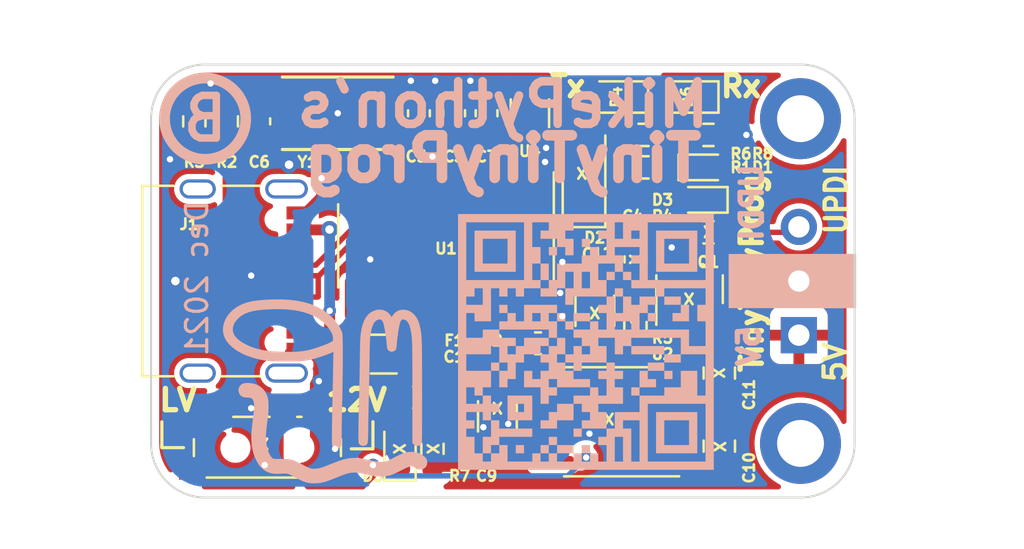
<source format=kicad_pcb>
(kicad_pcb (version 20211014) (generator pcbnew)
  (layers (0 "F.Cu" signal) (31 "B.Cu" signal) (34 "B.Paste" user) (35 "F.Paste" user) (36 "B.SilkS" user "B.Silkscreen") (37 "F.SilkS" user "F.Silkscreen") (38 "B.Mask" user) (39 "F.Mask" user) (44 "Edge.Cuts" user))
  (net 0 "")
  (net 1 "GND")
  (net 2 "+5V")
  (net 3 "Net-(D4-Pad1)")
  (net 4 "/D+")
  (net 5 "/D-")
  (net 7 "Net-(D1-Pad1)")
  (net 13 "+12V")
  (net 14 "UPDI")
  (net 15 "Net-(D6-Pad1)")
  (net 16 "/~{12V_Enable}")
  (net 18 "TX")
  (net 20 "RX")
  (net 22 "Net-(D5-Pad2)")
  (net 25 "/V_{BUS}")
  (net 26 "Net-(Q1-Pad3)")
  (net 28 "/3V_Reg")
  (net 29 "/~{DTR}")
  (net 30 "/~{Pulse_Gate}")
  (net 31 "/XI")
  (net 32 "/XO")
  (net 33 "/C1+")
  (net 34 "/C1-")
  (net 35 "/C2+")
  (net 36 "/C2-")
  (net 37 "/RX_LED")
  (net 38 "/CC1")
  (net 39 "/CC2")
  (footprint "Fuse:Fuse_1206_3216Metric_Pad1.42x1.75mm_HandSolder" (layer "F.Cu") (at 112.522 132.969 180)
    (fp_text reference "F1" (at -3.302 0.635) (layer "F.SilkS") (effects (font (size 0.5 0.5) (thickness 0.125))))
    (fp_text value "500mA")
    (pad "1" smd roundrect locked (at -1.4875 0 180) (size 1.425 1.75) (layers "F.Cu" "F.Paste" "F.Mask") (roundrect_rratio 0.1754392982) (net 2 "+5V"))
    (pad "2" smd roundrect locked (at 1.4875 0 180) (size 1.425 1.75) (layers "F.Cu" "F.Paste" "F.Mask") (roundrect_rratio 0.1754392982) (net 25 "/V_{BUS}"))
  )
  (footprint "MikeFootprintLib:Crystal-CTS-445-0-0-0" (layer "F.Cu") (at 110.363 121.666 180)
    (fp_text reference "Y1" (at 0.889 -2.286 180) (layer "F.SilkS") (effects (font (size 0.5 0.5)) (justify right)))
    (fp_text value "445C25D12M00000" hide)
    (pad "1" smd rect (at -1.9 0 180) (size 1.8 2.4) (layers "F.Cu" "F.Paste" "F.Mask") (net 31 "/XI"))
    (pad "2" smd rect (at 1.9 0 180) (size 1.8 2.4) (layers "F.Cu" "F.Paste" "F.Mask") (net 32 "/XO"))
  )
  (footprint "Package_TO_SOT_SMD:SOT-553" (layer "F.Cu") (at 119.38 121.666 90)
    (fp_text reference "U4" (at -1.778 0 180) (layer "F.SilkS") (effects (font (size 0.5 0.5))))
    (fp_text value "74AHCT1G125")
    (pad "1" smd rect locked (at -0.7 -0.5 90) (size 0.45 0.3) (layers "F.Cu" "F.Paste" "F.Mask") (net 20 "RX"))
    (pad "2" smd rect locked (at -0.7 0 90) (size 0.45 0.3) (layers "F.Cu" "F.Paste" "F.Mask") (net 18 "TX"))
    (pad "3" smd rect locked (at -0.7 0.5 90) (size 0.45 0.3) (layers "F.Cu" "F.Paste" "F.Mask") (net 1 "GND"))
    (pad "4" smd rect locked (at 0.7 0.5 90) (size 0.45 0.3) (layers "F.Cu" "F.Paste" "F.Mask") (net 37 "/RX_LED"))
    (pad "5" smd rect locked (at 0.7 -0.5 90) (size 0.45 0.3) (layers "F.Cu" "F.Paste" "F.Mask") (net 2 "+5V"))
  )
  (footprint "Capacitor_SMD:C_0603_1608Metric" (layer "F.Cu") (at 115.824 121.666 -90)
    (fp_text reference "C3" (at 2.032 0) (layer "F.SilkS") (effects (font (size 0.5 0.5))))
    (fp_text value "10nF")
    (pad "1" smd roundrect locked (at -0.775 0 270) (size 0.9 0.95) (layers "F.Cu" "F.Paste" "F.Mask") (net 1 "GND"))
    (pad "2" smd roundrect locked (at 0.775 0 270) (size 0.9 0.95) (layers "F.Cu" "F.Paste" "F.Mask") (net 28 "/3V_Reg"))
  )
  (footprint "Resistor_SMD:R_0603_1608Metric" (layer "F.Cu") (at 103.632 122.047 90)
    (fp_text reference "R3" (at -1.905 0 180) (layer "F.SilkS") (effects (font (size 0.5 0.5))))
    (fp_text value "36k")
    (pad "1" smd roundrect locked (at -0.825 0 90) (size 0.8 0.95) (layers "F.Cu" "F.Paste" "F.Mask") (net 39 "/CC2"))
    (pad "2" smd roundrect locked (at 0.825 0 90) (size 0.8 0.95) (layers "F.Cu" "F.Paste" "F.Mask") (net 1 "GND"))
  )
  (footprint "LED_SMD:LED_0603_1608Metric" (layer "F.Cu") (at 123.444 120.904 180)
    (fp_text reference "D4" (at 0 0 90) (layer "F.SilkS") (effects (font (size 0.5 0.5))))
    (fp_text value "UPDI_Tx")
    (pad "1" smd roundrect locked (at -0.7875 0 180) (size 0.875 0.95) (layers "F.Cu" "F.Paste" "F.Mask") (net 3 "Net-(D4-Pad1)"))
    (pad "2" smd roundrect locked (at 0.7875 0 180) (size 0.875 0.95) (layers "F.Cu" "F.Paste" "F.Mask") (net 2 "+5V"))
  )
  (footprint "Package_TO_SOT_SMD:SOT-23" (layer "F.Cu") (at 126.873 129.921 90)
    (fp_text reference "Q1" (at 1.27 0.889 180) (layer "F.SilkS") (effects (font (size 0.5 0.5))))
    (fp_text value "SI2301")
    (pad "1" smd roundrect locked (at -0.9375 -0.95 90) (size 1.475 0.6) (layers "F.Cu" "F.Paste" "F.Mask") (net 30 "/~{Pulse_Gate}"))
    (pad "2" smd roundrect locked (at -0.9375 0.95 90) (size 1.475 0.6) (layers "F.Cu" "F.Paste" "F.Mask") (net 13 "+12V"))
    (pad "3" smd roundrect locked (at 0.9375 0 90) (size 1.475 0.6) (layers "F.Cu" "F.Paste" "F.Mask") (net 26 "Net-(Q1-Pad3)"))
  )
  (footprint "Capacitor_SMD:C_0603_1608Metric" (layer "F.Cu") (at 117.348 121.666 -90)
    (fp_text reference "C7" (at 2.032 0 180) (layer "F.SilkS") (effects (font (size 0.5 0.5))))
    (fp_text value "100nF")
    (pad "1" smd roundrect locked (at -0.775 0 270) (size 0.9 0.95) (layers "F.Cu" "F.Paste" "F.Mask") (net 1 "GND"))
    (pad "2" smd roundrect locked (at 0.775 0 270) (size 0.9 0.95) (layers "F.Cu" "F.Paste" "F.Mask") (net 2 "+5V"))
  )
  (footprint "Resistor_SMD:R_0603_1608Metric" (layer "F.Cu") (at 124.714 124.206)
    (fp_text reference "R1" (at 4.572 0 180) (layer "F.SilkS") (effects (font (size 0.5 0.5))))
    (fp_text value "470")
    (pad "1" smd roundrect locked (at -0.825 0) (size 0.8 0.95) (layers "F.Cu" "F.Paste" "F.Mask") (net 18 "TX"))
    (pad "2" smd roundrect locked (at 0.825 0) (size 0.8 0.95) (layers "F.Cu" "F.Paste" "F.Mask") (net 7 "Net-(D1-Pad1)"))
  )
  (footprint "LED_SMD:LED_0603_1608Metric" (layer "F.Cu") (at 113.284 137.414 90)
    (fp_text reference "D5" (at -1.27 -1.27 180) (layer "F.SilkS") (effects (font (size 0.5 0.5))))
    (fp_text value "Red")
    (pad "1" smd roundrect locked (at -0.7875 0 90) (size 0.875 0.95) (layers "F.Cu" "F.Paste" "F.Mask") (net 16 "/~{12V_Enable}"))
    (pad "2" smd roundrect locked (at 0.7875 0 90) (size 0.875 0.95) (layers "F.Cu" "F.Paste" "F.Mask") (net 22 "Net-(D5-Pad2)"))
  )
  (footprint "LED_SMD:LED_0603_1608Metric" (layer "F.Cu") (at 126.746 120.904 180)
    (fp_text reference "D6" (at 0 0 90) (layer "F.SilkS") (effects (font (size 0.5 0.5))))
    (fp_text value "UPDI_Rx")
    (pad "1" smd roundrect locked (at -0.7875 0 180) (size 0.875 0.95) (layers "F.Cu" "F.Paste" "F.Mask") (net 15 "Net-(D6-Pad1)"))
    (pad "2" smd roundrect locked (at 0.7875 0 180) (size 0.875 0.95) (layers "F.Cu" "F.Paste" "F.Mask") (net 37 "/RX_LED"))
  )
  (footprint "Connector_USB:USB_C_Receptacle_Palconn_UTC16-G" (layer "F.Cu") (at 101.6 129.54 -90)
    (fp_text reference "J1" (at -2.667 -1.778) (layer "F.SilkS") (effects (font (size 0.5 0.5))))
    (fp_text value "USB_C_Receptacle_USB2.0")
    (pad "" np_thru_hole circle (at -2.89 -5.88 90) (size 0.6 0.6) (drill 0.6) (layers *.Cu *.Mask))
    (pad "" np_thru_hole circle (at 2.89 -5.88 90) (size 0.6 0.6) (drill 0.6) (layers *.Cu *.Mask))
    (pad "A1" smd rect (at -3.2 -6.94 270) (size 0.6 1.16) (layers "F.Cu" "F.Paste" "F.Mask") (net 1 "GND"))
    (pad "A4" smd rect (at -2.4 -6.94 270) (size 0.6 1.16) (layers "F.Cu" "F.Paste" "F.Mask") (net 25 "/V_{BUS}"))
    (pad "A5" smd rect (at -1.25 -6.94 90) (size 0.3 1.16) (layers "F.Cu" "F.Paste" "F.Mask") (net 38 "/CC1"))
    (pad "A6" smd rect (at -0.25 -6.94 90) (size 0.3 1.16) (layers "F.Cu" "F.Paste" "F.Mask") (net 4 "/D+"))
    (pad "A7" smd rect (at 0.25 -6.94 90) (size 0.3 1.16) (layers "F.Cu" "F.Paste" "F.Mask") (net 5 "/D-"))
    (pad "A8" smd rect (at 1.25 -6.94 90) (size 0.3 1.16) (layers "F.Cu" "F.Paste" "F.Mask"))
    (pad "A9" smd rect (at 2.4 -6.94 270) (size 0.6 1.16) (layers "F.Cu" "F.Paste" "F.Mask") (net 25 "/V_{BUS}"))
    (pad "A12" smd rect (at 3.2 -6.94 270) (size 0.6 1.16) (layers "F.Cu" "F.Paste" "F.Mask") (net 1 "GND"))
    (pad "B1" smd rect (at 3.2 -6.94 270) (size 0.6 1.16) (layers "F.Cu" "F.Paste" "F.Mask") (net 1 "GND"))
    (pad "B4" smd rect (at 2.4 -6.94 270) (size 0.6 1.16) (layers "F.Cu" "F.Paste" "F.Mask") (net 25 "/V_{BUS}"))
    (pad "B5" smd rect (at 1.75 -6.94 90) (size 0.3 1.16) (layers "F.Cu" "F.Paste" "F.Mask") (net 39 "/CC2"))
    (pad "B6" smd rect (at 0.75 -6.94 90) (size 0.3 1.16) (layers "F.Cu" "F.Paste" "F.Mask") (net 4 "/D+"))
    (pad "B7" smd rect (at -0.75 -6.94 90) (size 0.3 1.16) (layers "F.Cu" "F.Paste" "F.Mask") (net 5 "/D-"))
    (pad "B8" smd rect (at -1.75 -6.94 90) (size 0.3 1.16) (layers "F.Cu" "F.Paste" "F.Mask"))
    (pad "B9" smd rect (at -2.4 -6.94 270) (size 0.6 1.16) (layers "F.Cu" "F.Paste" "F.Mask") (net 25 "/V_{BUS}"))
    (pad "B12" smd rect (at -3.2 -6.94 270) (size 0.6 1.16) (layers "F.Cu" "F.Paste" "F.Mask") (net 1 "GND"))
    (pad "S1" thru_hole oval (at 4.32 -6.36) (size 2 0.9) (drill oval 1.7 0.6) (layers *.Cu *.Mask "F.Paste"))
    (pad "S1" thru_hole oval (at -4.32 -6.36) (size 2 0.9) (drill oval 1.7 0.6) (layers *.Cu *.Mask "F.Paste"))
    (pad "S1" thru_hole oval (at 4.32 -2.19) (size 1.7 0.9) (drill oval 1.4 0.6) (layers *.Cu *.Mask "F.Paste"))
    (pad "S1" thru_hole oval (at -4.32 -2.19) (size 1.7 0.9) (drill oval 1.4 0.6) (layers *.Cu *.Mask "F.Paste"))
  )
  (footprint "Capacitor_SMD:C_0603_1608Metric" (layer "F.Cu") (at 124.333 128.524 -90)
    (fp_text reference "C4" (at -2.032 0.127 180) (layer "F.SilkS") (effects (font (size 0.5 0.5))))
    (fp_text value "10nF")
    (pad "1" smd roundrect locked (at -0.775 0 270) (size 0.9 0.95) (layers "F.Cu" "F.Paste" "F.Mask") (net 29 "/~{DTR}"))
    (pad "2" smd roundrect locked (at 0.775 0 270) (size 0.9 0.95) (layers "F.Cu" "F.Paste" "F.Mask") (net 30 "/~{Pulse_Gate}"))
  )
  (footprint "MountingHole:MountingHole_2.2mm_M2_DIN965_Pad" (layer "F.Cu") (at 132.08 121.92)
    (fp_text reference "H2" hide)
    (fp_text value "MountingHole_Pad")
    (pad "1" thru_hole circle locked (at 0 0) (size 3.8 3.8) (drill 2.2) (layers *.Cu *.Mask))
  )
  (footprint "Resistor_SMD:R_0603_1608Metric" (layer "F.Cu") (at 105.156 122.047 90)
    (fp_text reference "R2" (at -1.905 0 180) (layer "F.SilkS") (effects (font (size 0.5 0.5))))
    (fp_text value "36k")
    (pad "1" smd roundrect locked (at -0.825 0 90) (size 0.8 0.95) (layers "F.Cu" "F.Paste" "F.Mask") (net 38 "/CC1"))
    (pad "2" smd roundrect locked (at 0.825 0 90) (size 0.8 0.95) (layers "F.Cu" "F.Paste" "F.Mask") (net 1 "GND"))
  )
  (footprint "MountingHole:MountingHole_2.2mm_M2_DIN965_Pad" (layer "F.Cu") (at 132.08 137.16)
    (fp_text reference "H1" hide)
    (fp_text value "MountingHole_Pad")
    (pad "1" thru_hole circle locked (at 0 0) (size 3.8 3.8) (drill 2.2) (layers *.Cu *.Mask))
  )
  (footprint "Diode_SMD:D_SOD-523" (layer "F.Cu") (at 127.508 124.206)
    (fp_text reference "D1" (at 2.794 0) (layer "F.SilkS") (effects (font (size 0.5 0.5))))
    (fp_text value "RB751S40")
    (pad "1" smd rect locked (at -0.7 0 180) (size 0.6 0.7) (layers "F.Cu" "F.Paste" "F.Mask") (net 7 "Net-(D1-Pad1)"))
    (pad "2" smd rect locked (at 0.7 0 180) (size 0.6 0.7) (layers "F.Cu" "F.Paste" "F.Mask") (net 14 "UPDI"))
  )
  (footprint "Capacitor_SMD:C_0805_2012Metric" (layer "F.Cu") (at 128.27 133.858 -90)
    (fp_text reference "C11" (at 1.016 -1.397 90) (layer "F.SilkS") (effects (font (size 0.5 0.5))))
    (fp_text value "1uF")
    (pad "1" smd roundrect locked (at -0.95 0 270) (size 1 1.45) (layers "F.Cu" "F.Paste" "F.Mask") (net 35 "/C2+"))
    (pad "2" smd roundrect locked (at 0.95 0 270) (size 1 1.45) (layers "F.Cu" "F.Paste" "F.Mask") (net 36 "/C2-"))
  )
  (footprint "Diode_SMD:D_MiniMELF" (layer "F.Cu") (at 121.92 124.46 90)
    (fp_text reference "D2" (at -3.048 0.508 180) (layer "F.SilkS") (effects (font (size 0.5 0.5))))
    (fp_text value "5.1V")
    (pad "1" smd rect locked (at -1.75 0 90) (size 1.3 1.7) (layers "F.Cu" "F.Paste" "F.Mask") (net 18 "TX"))
    (pad "2" smd rect locked (at 1.75 0 90) (size 1.3 1.7) (layers "F.Cu" "F.Paste" "F.Mask") (net 1 "GND"))
  )
  (footprint "Resistor_SMD:R_0603_1608Metric" (layer "F.Cu") (at 114.808 137.414 -90)
    (fp_text reference "R7" (at 1.27 -1.27) (layer "F.SilkS") (effects (font (size 0.5 0.5))))
    (fp_text value "470")
    (pad "1" smd roundrect locked (at -0.825 0 270) (size 0.8 0.95) (layers "F.Cu" "F.Paste" "F.Mask") (net 22 "Net-(D5-Pad2)"))
    (pad "2" smd roundrect locked (at 0.825 0 270) (size 0.8 0.95) (layers "F.Cu" "F.Paste" "F.Mask") (net 2 "+5V"))
  )
  (footprint "Package_SO:SOIC-8_3.9x4.9mm_P1.27mm" (layer "F.Cu") (at 122.936 136.144 180)
    (fp_text reference "U2" (at -2.667 3.175) (layer "F.SilkS") (effects (font (size 0.5 0.5))))
    (fp_text value "LTC1262")
    (pad "1" smd roundrect locked (at -2.475 -1.905 180) (size 1.95 0.6) (layers "F.Cu" "F.Paste" "F.Mask") (net 34 "/C1-"))
    (pad "2" smd roundrect locked (at -2.475 -0.635 180) (size 1.95 0.6) (layers "F.Cu" "F.Paste" "F.Mask") (net 33 "/C1+"))
    (pad "3" smd roundrect locked (at -2.475 0.635 180) (size 1.95 0.6) (layers "F.Cu" "F.Paste" "F.Mask") (net 36 "/C2-"))
    (pad "4" smd roundrect locked (at -2.475 1.905 180) (size 1.95 0.6) (layers "F.Cu" "F.Paste" "F.Mask") (net 35 "/C2+"))
    (pad "5" smd roundrect locked (at 2.475 1.905 180) (size 1.95 0.6) (layers "F.Cu" "F.Paste" "F.Mask") (net 2 "+5V"))
    (pad "6" smd roundrect locked (at 2.475 0.635 180) (size 1.95 0.6) (layers "F.Cu" "F.Paste" "F.Mask") (net 13 "+12V"))
    (pad "7" smd roundrect locked (at 2.475 -0.635 180) (size 1.95 0.6) (layers "F.Cu" "F.Paste" "F.Mask") (net 1 "GND"))
    (pad "8" smd roundrect locked (at 2.475 -1.905 180) (size 1.95 0.6) (layers "F.Cu" "F.Paste" "F.Mask") (net 16 "/~{12V_Enable}"))
  )
  (footprint "Resistor_SMD:R_0603_1608Metric" (layer "F.Cu") (at 127.762 122.682 180)
    (fp_text reference "R8" (at -2.54 -0.889) (layer "F.SilkS") (effects (font (size 0.5 0.5))))
    (fp_text value "1k")
    (pad "1" smd roundrect locked (at -0.825 0 180) (size 0.8 0.95) (layers "F.Cu" "F.Paste" "F.Mask") (net 1 "GND"))
    (pad "2" smd roundrect locked (at 0.825 0 180) (size 0.8 0.95) (layers "F.Cu" "F.Paste" "F.Mask") (net 15 "Net-(D6-Pad1)"))
  )
  (footprint "Capacitor_SMD:C_0603_1608Metric" (layer "F.Cu") (at 114.046 135.001)
    (fp_text reference "C1" (at 1.778 -1.905) (layer "F.SilkS") (effects (font (size 0.5 0.5))))
    (fp_text value "1uF")
    (pad "1" smd roundrect locked (at -0.775 0) (size 0.9 0.95) (layers "F.Cu" "F.Paste" "F.Mask") (net 1 "GND"))
    (pad "2" smd roundrect locked (at 0.775 0) (size 0.9 0.95) (layers "F.Cu" "F.Paste" "F.Mask") (net 2 "+5V"))
  )
  (footprint "Capacitor_SMD:C_0603_1608Metric" (layer "F.Cu") (at 114.173 121.666 -90)
    (fp_text reference "C5" (at 2.032 0.127) (layer "F.SilkS") (effects (font (size 0.5 0.5))))
    (fp_text value "22pF")
    (pad "1" smd roundrect locked (at -0.775 0 270) (size 0.9 0.95) (layers "F.Cu" "F.Paste" "F.Mask") (net 1 "GND"))
    (pad "2" smd roundrect locked (at 0.775 0 270) (size 0.9 0.95) (layers "F.Cu" "F.Paste" "F.Mask") (net 31 "/XI"))
  )
  (footprint "Capacitor_SMD:C_1206_3216Metric" (layer "F.Cu") (at 117.856 135.89 90)
    (fp_text reference "C9" (at -2.794 -0.508 180) (layer "F.SilkS") (effects (font (size 0.5 0.5) (thickness 0.125))))
    (fp_text value "2.2uF")
    (pad "1" smd roundrect locked (at -1.475 0 90) (size 1.15 1.8) (layers "F.Cu" "F.Paste" "F.Mask") (roundrect_rratio 0.2173913043) (net 1 "GND"))
    (pad "2" smd roundrect locked (at 1.475 0 90) (size 1.15 1.8) (layers "F.Cu" "F.Paste" "F.Mask") (roundrect_rratio 0.2173913043) (net 2 "+5V"))
  )
  (footprint "Capacitor_SMD:C_0603_1608Metric" (layer "F.Cu") (at 106.68 122.047 90)
    (fp_text reference "C6" (at -1.905 0 180) (layer "F.SilkS") (effects (font (size 0.5 0.5))))
    (fp_text value "22pF")
    (pad "1" smd roundrect locked (at -0.775 0 90) (size 0.9 0.95) (layers "F.Cu" "F.Paste" "F.Mask") (net 1 "GND"))
    (pad "2" smd roundrect locked (at 0.775 0 90) (size 0.9 0.95) (layers "F.Cu" "F.Paste" "F.Mask") (net 32 "/XO"))
  )
  (footprint "Resistor_SMD:R_0603_1608Metric" (layer "F.Cu") (at 124.714 122.682 180)
    (fp_text reference "R6" (at -4.572 -0.889) (layer "F.SilkS") (effects (font (size 0.5 0.5))))
    (fp_text value "1k")
    (pad "1" smd roundrect locked (at -0.825 0 180) (size 0.8 0.95) (layers "F.Cu" "F.Paste" "F.Mask") (net 3 "Net-(D4-Pad1)"))
    (pad "2" smd roundrect locked (at 0.825 0 180) (size 0.8 0.95) (layers "F.Cu" "F.Paste" "F.Mask") (net 18 "TX"))
  )
  (footprint "Resistor_SMD:R_0603_1608Metric" (layer "F.Cu") (at 127.762 127.254)
    (fp_text reference "R4" (at -2.159 -0.762 180) (layer "F.SilkS") (effects (font (size 0.5 0.5))))
    (fp_text value "220")
    (pad "1" smd roundrect locked (at -0.825 0) (size 0.8 0.95) (layers "F.Cu" "F.Paste" "F.Mask") (net 26 "Net-(Q1-Pad3)"))
    (pad "2" smd roundrect locked (at 0.825 0) (size 0.8 0.95) (layers "F.Cu" "F.Paste" "F.Mask") (net 14 "UPDI"))
  )
  (footprint "Capacitor_SMD:C_0603_1608Metric" (layer "F.Cu") (at 119.761 132.461 180)
    (fp_text reference "C2" (at 2.159 0.127 180) (layer "F.SilkS") (effects (font (size 0.5 0.5))))
    (fp_text value "100nF")
    (pad "1" smd roundrect locked (at -0.775 0 180) (size 0.9 0.95) (layers "F.Cu" "F.Paste" "F.Mask") (net 1 "GND"))
    (pad "2" smd roundrect locked (at 0.775 0 180) (size 0.9 0.95) (layers "F.Cu" "F.Paste" "F.Mask") (net 2 "+5V"))
  )
  (footprint "Capacitor_SMD:C_1206_3216Metric" (layer "F.Cu") (at 122.428 130.937 -90)
    (fp_text reference "C12" (at -2.667 -0.127) (layer "F.SilkS") (effects (font (size 0.5 0.5))))
    (fp_text value "10uF")
    (pad "1" smd roundrect locked (at -1.475 0 270) (size 1.15 1.8) (layers "F.Cu" "F.Paste" "F.Mask") (roundrect_rratio 0.2173913043) (net 1 "GND"))
    (pad "2" smd roundrect locked (at 1.475 0 270) (size 1.15 1.8) (layers "F.Cu" "F.Paste" "F.Mask") (roundrect_rratio 0.2173913043) (net 13 "+12V"))
  )
  (footprint "Capacitor_SMD:C_0805_2012Metric" (layer "F.Cu") (at 128.27 137.287 -90)
    (fp_text reference "C10" (at 1.016 -1.397 90) (layer "F.SilkS") (effects (font (size 0.5 0.5))))
    (fp_text value "1uF")
    (pad "1" smd roundrect locked (at -0.95 0 270) (size 1 1.45) (layers "F.Cu" "F.Paste" "F.Mask") (net 33 "/C1+"))
    (pad "2" smd roundrect locked (at 0.95 0 270) (size 1 1.45) (layers "F.Cu" "F.Paste" "F.Mask") (net 34 "/C1-"))
  )
  (footprint "Package_SO:SOIC-16_3.9x9.9mm_P1.27mm" (layer "F.Cu") (at 115.443 127.889 -90)
    (fp_text reference "U1" (at 0.127 0 180) (layer "F.SilkS") (effects (font (size 0.5 0.5))))
    (fp_text value "CH340G")
    (pad "1" smd roundrect locked (at -2.475 -4.445 270) (size 1.95 0.6) (layers "F.Cu" "F.Paste" "F.Mask") (net 1 "GND"))
    (pad "2" smd roundrect locked (at -2.475 -3.175 270) (size 1.95 0.6) (layers "F.Cu" "F.Paste" "F.Mask") (net 18 "TX"))
    (pad "3" smd roundrect locked (at -2.475 -1.905 270) (size 1.95 0.6) (layers "F.Cu" "F.Paste" "F.Mask") (net 20 "RX"))
    (pad "4" smd roundrect locked (at -2.475 -0.635 270) (size 1.95 0.6) (layers "F.Cu" "F.Paste" "F.Mask") (net 28 "/3V_Reg"))
    (pad "5" smd roundrect locked (at -2.475 0.635 270) (size 1.95 0.6) (layers "F.Cu" "F.Paste" "F.Mask") (net 4 "/D+"))
    (pad "6" smd roundrect locked (at -2.475 1.905 270) (size 1.95 0.6) (layers "F.Cu" "F.Paste" "F.Mask") (net 5 "/D-"))
    (pad "7" smd roundrect locked (at -2.475 3.175 270) (size 1.95 0.6) (layers "F.Cu" "F.Paste" "F.Mask") (net 31 "/XI"))
    (pad "8" smd roundrect locked (at -2.475 4.445 270) (size 1.95 0.6) (layers "F.Cu" "F.Paste" "F.Mask") (net 32 "/XO"))
    (pad "9" smd roundrect locked (at 2.475 4.445 270) (size 1.95 0.6) (layers "F.Cu" "F.Paste" "F.Mask"))
    (pad "10" smd roundrect locked (at 2.475 3.175 270) (size 1.95 0.6) (layers "F.Cu" "F.Paste" "F.Mask"))
    (pad "11" smd roundrect locked (at 2.475 1.905 270) (size 1.95 0.6) (layers "F.Cu" "F.Paste" "F.Mask"))
    (pad "12" smd roundrect locked (at 2.475 0.635 270) (size 1.95 0.6) (layers "F.Cu" "F.Paste" "F.Mask"))
    (pad "13" smd roundrect locked (at 2.475 -0.635 270) (size 1.95 0.6) (layers "F.Cu" "F.Paste" "F.Mask") (net 29 "/~{DTR}"))
    (pad "14" smd roundrect locked (at 2.475 -1.905 270) (size 1.95 0.6) (layers "F.Cu" "F.Paste" "F.Mask"))
    (pad "15" smd roundrect locked (at 2.475 -3.175 270) (size 1.95 0.6) (layers "F.Cu" "F.Paste" "F.Mask"))
    (pad "16" smd roundrect locked (at 2.475 -4.445 270) (size 1.95 0.6) (layers "F.Cu" "F.Paste" "F.Mask") (net 2 "+5V"))
  )
  (footprint "Button_Switch_SMD:SW_SPDT_PCM12" (layer "F.Cu") (at 107.061 137.033)
    (fp_text reference "SW1" hide)
    (fp_text value "12V UPDI")
    (pad "" np_thru_hole circle locked (at 1.5 0.33) (size 0.9 0.9) (drill 0.9) (layers *.Cu *.Mask))
    (pad "" smd rect locked (at 3.65 1.43) (size 1 0.8) (layers "F.Cu" "F.Paste" "F.Mask"))
    (pad "" smd rect locked (at -3.65 -0.78) (size 1 0.8) (layers "F.Cu" "F.Paste" "F.Mask"))
    (pad "" smd rect locked (at -3.65 1.43) (size 1 0.8) (layers "F.Cu" "F.Paste" "F.Mask"))
    (pad "" np_thru_hole circle locked (at -1.5 0.33) (size 0.9 0.9) (drill 0.9) (layers *.Cu *.Mask))
    (pad "" smd rect locked (at 3.65 -0.78) (size 1 0.8) (layers "F.Cu" "F.Paste" "F.Mask"))
    (pad "1" smd rect locked (at -2.25 -1.43) (size 0.7 1.5) (layers "F.Cu" "F.Paste" "F.Mask"))
    (pad "2" smd rect locked (at 0.75 -1.43) (size 0.7 1.5) (layers "F.Cu" "F.Paste" "F.Mask") (net 16 "/~{12V_Enable}"))
    (pad "3" smd rect locked (at 2.25 -1.43) (size 0.7 1.5) (layers "F.Cu" "F.Paste" "F.Mask") (net 1 "GND"))
  )
  (footprint "Diode_SMD:D_SOD-523" (layer "F.Cu") (at 127.508 125.73 180)
    (fp_text reference "D3" (at 1.905 0) (layer "F.SilkS") (effects (font (size 0.5 0.5))))
    (fp_text value "RB751S40")
    (pad "1" smd rect locked (at -0.7 0) (size 0.6 0.7) (layers "F.Cu" "F.Paste" "F.Mask") (net 14 "UPDI"))
    (pad "2" smd rect locked (at 0.7 0) (size 0.6 0.7) (layers "F.Cu" "F.Paste" "F.Mask") (net 20 "RX"))
  )
  (footprint "Resistor_SMD:R_0603_1608Metric" (layer "F.Cu") (at 124.333 131.699 90)
    (fp_text reference "R5" (at -0.508 1.27 180) (layer "F.SilkS") (effects (font (size 0.5 0.5))))
    (fp_text value "4.7k")
    (pad "1" smd roundrect locked (at -0.825 0 90) (size 0.8 0.95) (layers "F.Cu" "F.Paste" "F.Mask") (net 13 "+12V"))
    (pad "2" smd roundrect locked (at 0.825 0 90) (size 0.8 0.95) (layers "F.Cu" "F.Paste" "F.Mask") (net 30 "/~{Pulse_Gate}"))
  )
  (footprint "MikeArtworkLib:MPSquare_10mm" (layer "B.Cu") (at 110.1852 134.7216 180)
    (fp_text reference "ART1" hide)
    (fp_text value "MP10mm" hide)
  )
  (footprint "LOGO" (layer "B.Cu") (at 122.0216 132.3848 180)
    (fp_text reference "G***" hide)
    (fp_text value "LOGO" hide)
  )
  (footprint "Connector_PinHeader_2.54mm:PinHeader_1x03_P2.54mm_Horizontal" (layer "B.Cu") (at 132.0038 132.08)
    (fp_text reference "J2" hide)
    (fp_text value "Conn_01x03")
    (pad "1" thru_hole rect (at 0 0) (size 1.7 1.7) (drill 1) (layers *.Cu *.Mask) (net 2 "+5V"))
    (pad "2" thru_hole oval (at 0 -2.54) (size 1.7 1.7) (drill 1) (layers *.Cu *.Mask) (net 1 "GND"))
    (pad "3" thru_hole oval (at 0 -5.08) (size 1.7 1.7) (drill 1) (layers *.Cu *.Mask) (net 14 "UPDI"))
  )
  (footprint "MikeFootprintLib:RevisionSymbol" (layer "B.Cu") (at 104.14 121.92 180)
    (fp_text reference "MISC1")
    (fp_text value "B" (at 0 0 unlocked) (layer "B.SilkS") (effects (font (size 2 2) (thickness 0.35)) (justify mirror)))
  )
  (gr_poly (pts (xy 128.709 130.81) (xy 128.709 128.27) (xy 134.689 128.27) (xy 134.689 130.81)) (layer "B.SilkS") (width 0.002) (fill solid))
  (gr_poly (pts (xy 134.62 130.81) (xy 134.62 128.27) (xy 130.81 128.27) (xy 130.81 130.81)) (layer "F.SilkS") (width 0.002) (fill solid))
  (gr_line (start 110.998 137.414) (end 112.014 137.414) (layer "F.SilkS") (width 0.15))
  (gr_line (start 112.014 137.414) (end 112.014 136.144) (layer "F.SilkS") (width 0.15))
  (gr_line (start 102.108 137.358) (end 102.108 136.144) (layer "F.SilkS") (width 0.15))
  (gr_line (start 103.124 137.358) (end 102.108 137.358) (layer "F.SilkS") (width 0.15))
  (gr_arc (start 101.6 121.92) (mid 102.343949 120.123949) (end 104.14 119.38) (layer "Edge.Cuts") (width 0.1))
  (gr_line (start 101.6 121.92) (end 101.6 137.16) (layer "Edge.Cuts") (width 0.1))
  (gr_arc (start 132.08 119.38) (mid 133.876051 120.123949) (end 134.62 121.92) (layer "Edge.Cuts") (width 0.1))
  (gr_line (start 132.08 139.7) (end 104.14 139.7) (layer "Edge.Cuts") (width 0.1))
  (gr_arc (start 104.14 139.7) (mid 102.343949 138.956051) (end 101.6 137.16) (layer "Edge.Cuts") (width 0.1))
  (gr_arc (start 134.62 137.16) (mid 133.876051 138.956051) (end 132.08 139.7) (layer "Edge.Cuts") (width 0.1))
  (gr_line (start 134.62 121.92) (end 134.62 137.16) (layer "Edge.Cuts") (width 0.1))
  (gr_line (start 104.14 119.38) (end 132.08 119.38) (layer "Edge.Cuts") (width 0.1))
  (gr_text "TinyTinyProg" (at 118.11 123.7996) (layer "B.SilkS") (effects (font (size 2 2) (thickness 0.5)) (justify mirror)))
  (gr_text "GND" (at 129.921 129.4892 90) (layer "B.SilkS") (effects (font (size 1 0.6)) (justify mirror)))
  (gr_text "MikePython's" (at 118.11 121.2596) (layer "B.SilkS") (effects (font (size 2 2) (thickness 0.4)) (justify mirror)))
  (gr_text "UPDI" (at 129.794 125.857 90) (layer "B.SilkS") (effects (font (size 1 1) (thickness 0.25)) (justify mirror)))
  (gr_text "5V" (at 129.667 132.588 90) (layer "B.SilkS") (effects (font (size 1 1) (thickness 0.25)) (justify mirror)))
  (gr_text "Dec 2021" (at 103.759 129.413 90) (layer "B.SilkS") (effects (font (size 1 1)) (justify mirror)))
  (gr_text "X" (at 114.8588 137.414 90) (layer "F.SilkS") (effects (font (size 0.5 0.5) (thickness 0.125))))
  (gr_text "X" (at 106.8832 137.2108) (layer "F.SilkS") (effects (font (size 0.5 0.5) (thickness 0.125))))
  (gr_text "X" (at 121.8184 124.5108) (layer "F.SilkS") (effects (font (size 0.5 0.5) (thickness 0.125))))
  (gr_text "X" (at 128.3208 137.3124 90) (layer "F.SilkS") (effects (font (size 0.5 0.5) (thickness 0.125))))
  (gr_text "Tx" (at 121.158 120.396) (layer "F.SilkS") (effects (font (size 1 1) (thickness 0.25))))
  (gr_text "X" (at 127.762 127.2032 180) (layer "F.SilkS") (effects (font (size 0.5 0.5) (thickness 0.125))))
  (gr_text "X" (at 113.284 137.414 90) (layer "F.SilkS") (effects (font (size 0.5 0.5) (thickness 0.125))))
  (gr_text "X" (at 128.27 133.858 90) (layer "F.SilkS") (effects (font (size 0.5 0.5) (thickness 0.125))))
  (gr_text "12V" (at 111.252 135.128) (layer "F.SilkS") (effects (font (size 1 1) (thickness 0.25))))
  (gr_text "X" (at 117.856 135.5344) (layer "F.SilkS") (effects (font (size 0.5 0.5) (thickness 0.125))))
  (gr_text "5V" (at 133.7056 133.35 90) (layer "F.SilkS") (effects (font (size 1 1) (thickness 0.2))))
  (gr_text "X" (at 123.0884 136.0424) (layer "F.SilkS") (effects (font (size 0.5 0.5) (thickness 0.125))))
  (gr_text "X" (at 124.3076 131.7244) (layer "F.SilkS") (effects (font (size 0.5 0.5) (thickness 0.125))))
  (gr_text "Rx" (at 129.286 120.396) (layer "F.SilkS") (effects (font (size 1 1) (thickness 0.25))))
  (gr_text "UPDI" (at 133.7564 125.73 90) (layer "F.SilkS") (effects (font (size 1 0.9) (thickness 0.2))))
  (gr_text "X" (at 122.428 131.064) (layer "F.SilkS") (effects (font (size 0.5 0.5) (thickness 0.125))))
  (gr_text "TinyTinyProg" (at 129.794 129.159 90) (layer "F.SilkS") (effects (font (size 1 1) (thickness 0.25))))
  (gr_text "X" (at 126.8476 130.4036) (layer "F.SilkS") (effects (font (size 0.5 0.5) (thickness 0.125))))
  (gr_text "LV" (at 102.87 135.128) (layer "F.SilkS") (effects (font (size 1 1) (thickness 0.25))))
  (gr_text "X" (at 124.3076 128.524 270) (layer "F.SilkS") (effects (font (size 0.5 0.5) (thickness 0.125))))
  (segment (start 109.474 134.239) (end 109.474 133.223) (width 0.508) (layer "F.Cu") (net 1))
  (segment (start 119.88 123.0296) (end 119.88 122.366) (width 0.254) (layer "F.Cu") (net 1))
  (segment (start 120.0912 123.952) (end 119.888 124.1552) (width 0.508) (layer "F.Cu") (net 1))
  (segment (start 120.904 128.6425) (end 121.6085 128.6425) (width 0.381) (layer "F.Cu") (net 1))
  (segment (start 108.077 124.079) (end 107.6706 124.079) (width 0.508) (layer "F.Cu") (net 1))
  (segment (start 114.173 120.523) (end 114.173 120.891) (width 0.381) (layer "F.Cu") (net 1))
  (segment (start 106.68 122.746) (end 105.156 121.222) (width 0.254) (layer "F.Cu") (net 1))
  (segment (start 120.461 136.779) (end 122.0978 136.779) (width 0.381) (layer "F.Cu") (net 1))
  (segment (start 113.792 120.142) (end 114.173 120.523) (width 0.381) (layer "F.Cu") (net 1))
  (segment (start 120.904 129.921) (end 121.363 129.462) (width 0.381) (layer "F.Cu") (net 1))
  (segment (start 108.991 132.74) (end 108.54 132.74) (width 0.508) (layer "F.Cu") (net 1))
  (segment (start 129.54 122.682) (end 128.587 122.682) (width 0.254) (layer "F.Cu") (net 1))
  (segment (start 120.142 123.2916) (end 119.88 123.0296) (width 0.254) (layer "F.Cu") (net 1))
  (segment (start 109.601 124.714) (end 108.966 124.079) (width 0.508) (layer "F.Cu") (net 1))
  (segment (start 108.966 124.079) (end 108.077 124.079) (width 0.508) (layer "F.Cu") (net 1))
  (segment (start 109.601 124.714) (end 109.601 125.603) (width 0.508) (layer "F.Cu") (net 1))
  (segment (start 120.536 131.559) (end 120.536 132.461) (width 0.381) (layer "F.Cu") (net 1))
  (segment (start 118.442 136.779) (end 120.461 136.779) (width 0.381) (layer "F.Cu") (net 1))
  (segment (start 115.075 120.142) (end 115.824 120.891) (width 0.381) (layer "F.Cu") (net 1))
  (segment (start 106.82 123.2284) (end 106.82 122.822) (width 0.508) (layer "F.Cu") (net 1))
  (segment (start 117.856 137.365) (end 118.442 136.779) (width 0.381) (layer "F.Cu") (net 1))
  (segment (start 118.364 136.2456) (end 118.364 136.857) (width 1.016) (layer "F.Cu") (net 1))
  (segment (start 119.993983 124.049217) (end 119.993983 125.308017) (width 0.381) (layer "F.Cu") (net 1))
  (segment (start 109.601 125.603) (end 108.864 126.34) (width 0.508) (layer "F.Cu") (net 1))
  (segment (start 117.856 136.652) (end 118.2624 136.2456) (width 1.016) (layer "F.Cu") (net 1))
  (segment (start 121.363 129.462) (end 122.428 129.462) (width 0.381) (layer "F.Cu") (net 1))
  (segment (start 117.602 136.398) (end 117.856 136.652) (width 1.016) (layer "F.Cu") (net 1))
  (segment (start 109.172511 132.820511) (end 108.620511 132.820511) (width 0.762) (layer "F.Cu") (net 1))
  (segment (start 122.0978 136.779) (end 122.174 136.7028) (width 0.381) (layer "F.Cu") (net 1))
  (segment (start 119.888 124.1552) (end 119.888 125.414) (width 0.508) (layer "F.Cu") (net 1))
  (segment (start 117.1956 136.7046) (end 117.856 137.365) (width 1.016) (layer "F.Cu") (net 1))
  (segment (start 117.1956 136.398) (end 117.1956 136.7046) (width 1.016) (layer "F.Cu") (net 1))
  (segment (start 118.2624 136.2456) (end 118.364 136.2456) (width 1.016) (layer "F.Cu") (net 1))
  (segment (start 107.6706 124.079) (end 106.82 123.2284) (width 0.508) (layer "F.Cu") (net 1))
  (segment (start 109.474 133.223) (end 108.991 132.74) (width 0.508) (layer "F.Cu") (net 1))
  (segment (start 120.904 131.191) (end 120.536 131.559) (width 0.381) (layer "F.Cu") (net 1))
  (segment (start 121.6085 128.6425) (end 122.428 129.462) (width 0.381) (layer "F.Cu") (net 1))
  (segment (start 117.1956 136.398) (end 117.602 136.398) (width 1.016) (layer "F.Cu") (net 1))
  (segment (start 105.156 121.222) (end 103.632 121.222) (width 0.254) (layer "F.Cu") (net 1))
  (segment (start 114.935 120.142) (end 115.075 120.142) (width 0.381) (layer "F.Cu") (net 1))
  (segment (start 120.0912 123.952) (end 119.993983 124.049217) (width 0.381) (layer "F.Cu") (net 1))
  (segment (start 117.335 120.891) (end 116.586 120.142) (width 0.381) (layer "F.Cu") (net 1))
  (segment (start 117.856 137.365) (end 117.856 136.652) (width 1.016) (layer "F.Cu") (net 1))
  (segment (start 118.364 136.857) (end 117.856 137.365) (width 1.016) (layer "F.Cu") (net 1))
  (via (at 102.743 129.54) (size 0.8) (drill 0.4) (layers "F.Cu" "B.Cu") (net 1))
  (via (at 110.363 121.666) (size 0.6) (drill 0.3) (layers "F.Cu" "B.Cu") (net 1))
  (via (at 120.8024 130.0988) (size 0.6) (drill 0.3) (layers "F.Cu" "B.Cu") (net 1))
  (via (at 118.364 136.2456) (size 0.6) (drill 0.3) (layers "F.Cu" "B.Cu") (net 1))
  (via (at 126.0348 127.9652) (size 0.6) (drill 0.3) (layers "F.Cu" "B.Cu") (net 1))
  (via (at 114.808 123.698) (size 0.6) (drill 0.3) (layers "F.Cu" "B.Cu") (net 1))
  (via (at 120.142 123.2916) (size 0.6) (drill 0.3) (layers "F.Cu" "B.Cu") (net 1))
  (via (at 129.54 122.682) (size 0.6) (drill 0.3) (layers "F.Cu" "B.Cu") (net 1))
  (via (at 109.601 124.714) (size 0.6) (drill 0.3) (layers "F.Cu" "B.Cu") (net 1))
  (via (at 106.299 129.286) (size 0.6) (drill 0.3) (layers "F.Cu" "B.Cu") (net 1))
  (via (at 106.299 135.509) (size 0.6) (drill 0.3) (layers "F.Cu" "B.Cu") (net 1))
  (via (at 113.792 120.142) (size 0.6) (drill 0.3) (layers "F.Cu" "B.Cu") (net 1))
  (via (at 120.904 131.191) (size 0.6) (drill 0.3) (layers "F.Cu" "B.Cu") (net 1))
  (via (at 102.489 123.825) (size 0.6) (drill 0.3) (layers "F.Cu" "B.Cu") (net 1))
  (via (at 122.174 136.7028) (size 0.6) (drill 0.3) (layers "F.Cu" "B.Cu") (net 1))
  (via (at 110.236 137.414) (size 0.6) (drill 0.3) (layers "F.Cu" "B.Cu") (net 1))
  (via (at 116.586 120.142) (size 0.6) (drill 0.3) (layers "F.Cu" "B.Cu") (net 1))
  (via (at 111.887 128.524) (size 0.6) (drill 0.3) (layers "F.Cu" "B.Cu") (net 1))
  (via (at 120.0912 123.952) (size 0.6) (drill 0.3) (layers "F.Cu" "B.Cu") (net 1))
  (via (at 108.077 124.079) (size 0.8) (drill 0.4) (layers "F.Cu" "B.Cu") (net 1))
  (via (at 106.934 138.176) (size 0.6) (drill 0.3) (layers "F.Cu" "B.Cu") (net 1))
  (via (at 117.1956 136.398) (size 0.6) (drill 0.3) (layers "F.Cu" "B.Cu") (net 1))
  (via (at 120.904 128.6425) (size 0.6) (drill 0.3) (layers "F.Cu" "B.Cu") (net 1))
  (via (at 114.935 120.142) (size 0.6) (drill 0.3) (layers "F.Cu" "B.Cu") (net 1))
  (via (at 104.394 120.269) (size 0.6) (drill 0.3) (layers "F.Cu" "B.Cu") (net 1))
  (via (at 109.474 134.239) (size 0.6) (drill 0.3) (layers "F.Cu" "B.Cu") (net 1))
  (segment (start 119.888 130.364) (end 119.888 131.318) (width 0.381) (layer "F.Cu") (net 2))
  (segment (start 114.18148 132.79702) (end 114.18148 129.15052) (width 0.254) (layer "F.Cu") (net 2))
  (segment (start 120.461 134.239) (end 118.032 134.239) (width 0.381) (layer "F.Cu") (net 2))
  (segment (start 114.821 135.001) (end 114.821 133.7805) (width 0.381) (layer "F.Cu") (net 2))
  (segment (start 114.18148 129.15052) (end 116.72148 126.61052) (width 0.254) (layer "F.Cu") (net 2))
  (segment (start 117.348 122.441) (end 118.8023 120.9867) (width 0.254) (layer "F.Cu") (net 2))
  (segment (start 114.821 133.7805) (end 114.0095 132.969) (width 0.381) (layer "F.Cu") (net 2))
  (segment (start 118.88 120.966) (end 118.413 121.433) (width 0.254) (layer "F.Cu") (net 2))
  (segment (start 117.405 122.441) (end 118.88 120.966) (width 0.381) (layer "F.Cu") (net 2))
  (segment (start 116.72148 126.61052) (end 116.72148 123.06752) (width 0.254) (layer "F.Cu") (net 2))
  (segment (start 119.333111 121.517511) (end 122.042989 121.517511) (width 0.254) (layer "F.Cu") (net 2))
  (segment (start 118.8023 120.9867) (end 119.333111 121.517511) (width 0.254) (layer "F.Cu") (net 2))
  (segment (start 122.042989 121.517511) (end 122.6565 120.904) (width 0.254) (layer "F.Cu") (net 2))
  (segment (start 119.888 131.318) (end 118.986 132.22) (width 0.381) (layer "F.Cu") (net 2))
  (segment (start 116.70452 123.08448) (end 117.348 122.441) (width 0.254) (layer "F.Cu") (net 2))
  (segment (start 125.539 122.682) (end 125.539 122.2115) (width 0.254) (layer "F.Cu") (net 3))
  (segment (start 125.539 122.2115) (end 124.2315 120.904) (width 0.254) (layer "F.Cu") (net 3))
  (segment (start 111.385374 127.381) (end 109.476374 129.29) (width 0.254) (layer "F.Cu") (net 4))
  (segment (start 109.446511 129.313489) (end 109.446511 130.266511) (width 0.254) (layer "F.Cu") (net 4))
  (segment (start 114.808 126.238) (end 113.665 127.381) (width 0.254) (layer "F.Cu") (net 4))
  (segment (start 109.446511 130.266511) (end 109.423022 130.29) (width 0.254) (layer "F.Cu") (net 4))
  (segment (start 113.665 127.381) (end 111.385374 127.381) (width 0.254) (layer "F.Cu") (net 4))
  (segment (start 109.476374 129.29) (end 108.54 129.29) (width 0.254) (layer "F.Cu") (net 4))
  (segment (start 109.423022 130.29) (end 108.54 130.29) (width 0.254) (layer "F.Cu") (net 4))
  (segment (start 107.633489 129.623978) (end 107.799511 129.79) (width 0.254) (layer "F.Cu") (net 5))
  (segment (start 111.252 126.873) (end 113.411 126.873) (width 0.254) (layer "F.Cu") (net 5))
  (segment (start 107.633489 128.813489) (end 107.633489 129.623978) (width 0.254) (layer "F.Cu") (net 5))
  (segment (start 113.538 126.746) (end 113.538 125.414) (width 0.254) (layer "F.Cu") (net 5))
  (segment (start 107.799511 129.79) (end 108.54 129.79) (width 0.254) (layer "F.Cu") (net 5))
  (segment (start 109.335 128.79) (end 111.252 126.873) (width 0.254) (layer "F.Cu") (net 5))
  (segment (start 113.411 126.873) (end 113.538 126.746) (width 0.254) (layer "F.Cu") (net 5))
  (segment (start 107.656978 128.79) (end 107.633489 128.813489) (width 0.254) (layer "F.Cu") (net 5))
  (segment (start 108.54 128.79) (end 109.335 128.79) (width 0.254) (layer "F.Cu") (net 5))
  (segment (start 108.54 128.79) (end 107.656978 128.79) (width 0.254) (layer "F.Cu") (net 5))
  (segment (start 125.539 124.206) (end 126.808 124.206) (width 0.254) (layer "F.Cu") (net 7))
  (segment (start 124.221 132.412) (end 124.333 132.524) (width 0.762) (layer "F.Cu") (net 13))
  (segment (start 124.333 132.524) (end 126.3528 132.524) (width 0.508) (layer "F.Cu") (net 13))
  (segment (start 121.412 135.509) (end 122.555 134.366) (width 0.762) (layer "F.Cu") (net 13))
  (segment (start 122.555 133.76) (end 123.903 132.412) (width 0.762) (layer "F.Cu") (net 13))
  (segment (start 122.555 134.366) (end 122.555 132.539) (width 0.762) (layer "F.Cu") (net 13))
  (segment (start 126.3528 132.524) (end 127.823 131.0538) (width 0.508) (layer "F.Cu") (net 13))
  (segment (start 120.461 135.509) (end 121.412 135.509) (width 0.762) (layer "F.Cu") (net 13))
  (segment (start 123.903 132.412) (end 124.221 132.412) (width 0.762) (layer "F.Cu") (net 13))
  (segment (start 122.428 132.412) (end 123.903 132.412) (width 0.762) (layer "F.Cu") (net 13))
  (segment (start 128.587 127.254) (end 131.7498 127.254) (width 0.254) (layer "F.Cu") (net 14))
  (segment (start 128.587 127.254) (end 128.587 126.109) (width 0.254) (layer "F.Cu") (net 14))
  (segment (start 128.208 124.206) (end 128.208 125.73) (width 0.254) (layer "F.Cu") (net 14))
  (segment (start 128.587 126.109) (end 128.208 125.73) (width 0.254) (layer "F.Cu") (net 14))
  (segment (start 126.937 121.5005) (end 127.5335 120.904) (width 0.254) (layer "F.Cu") (net 15))
  (segment (start 126.937 122.682) (end 126.937 121.5005) (width 0.254) (layer "F.Cu") (net 15))
  (segment (start 112.014 138.176) (end 112.014 138.713022) (width 0.254) (layer "F.Cu") (net 16))
  (segment (start 121.793 138.049) (end 120.461 138.049) (width 0.254) (layer "F.Cu") (net 16))
  (segment (start 112.014 138.713022) (end 111.535022 139.192) (width 0.254) (layer "F.Cu") (net 16))
  (segment (start 122.0216 137.8204) (end 121.793 138.049) (width 0.254) (layer "F.Cu") (net 16))
  (segment (start 107.696 137.922) (end 107.696 135.718) (width 0.254) (layer "F.Cu") (net 16))
  (segment (start 111.535022 139.192) (end 108.966 139.192) (width 0.254) (layer "F.Cu") (net 16))
  (segment (start 108.966 139.192) (end 107.696 137.922) (width 0.254) (layer "F.Cu") (net 16))
  (segment (start 112.077 138.239) (end 113.284 138.239) (width 0.381) (layer "F.Cu") (net 16))
  (segment (start 112.014 138.176) (end 112.077 138.239) (width 0.381) (layer "F.Cu") (net 16))
  (via (at 122.0216 137.8204) (size 0.6) (drill 0.3) (layers "F.Cu" "B.Cu") (net 16))
  (via (at 112.014 138.176) (size 0.6) (drill 0.3) (layers "F.Cu" "B.Cu") (net 16))
  (segment (start 112.522 138.684) (end 112.014 138.176) (width 0.254) (layer "B.Cu") (net 16))
  (segment (start 122.0216 137.8204) (end 121.158 138.684) (width 0.254) (layer "B.Cu") (net 16))
  (segment (start 121.158 138.684) (end 112.522 138.684) (width 0.254) (layer "B.Cu") (net 16))
  (segment (start 119.34952 126.71552) (end 118.618 125.984) (width 0.254) (layer "F.Cu") (net 18))
  (segment (start 123.889 124.241) (end 121.92 126.21) (width 0.381) (layer "F.Cu") (net 18))
  (segment (start 118.618 123.952) (end 118.618 125.414) (width 0.254) (layer "F.Cu") (net 18))
  (segment (start 123.889 122.682) (end 123.889 124.206) (width 0.381) (layer "F.Cu") (net 18))
  (segment (start 119.38 123.19) (end 118.618 123.952) (width 0.254) (layer "F.Cu") (net 18))
  (segment (start 119.38 122.366) (end 119.38 123.19) (width 0.254) (layer "F.Cu") (net 18))
  (segment (start 121.41448 126.71552) (end 119.34952 126.71552) (width 0.254) (layer "F.Cu") (net 18))
  (segment (start 118.88 122.366) (end 117.348 123.898) (width 0.254) (layer "F.Cu") (net 20))
  (segment (start 118.364 127.254) (end 123.566798 127.254) (width 0.254) (layer "F.Cu") (net 20))
  (segment (start 117.348 123.898) (end 117.348 125.414) (width 0.254) (layer "F.Cu") (net 20))
  (segment (start 123.566798 127.254) (end 125.090798 125.73) (width 0.254) (layer "F.Cu") (net 20))
  (segment (start 125.090798 125.73) (end 126.808 125.73) (width 0.254) (layer "F.Cu") (net 20))
  (segment (start 117.348 126.238) (end 118.364 127.254) (width 0.254) (layer "F.Cu") (net 20))
  (segment (start 114.808 136.6265) (end 113.3215 136.6265) (width 0.381) (layer "F.Cu") (net 22))
  (segment (start 109.982 130.937) (end 109.982 131.9165) (width 0.508) (layer "F.Cu") (net 25))
  (segment (start 109.957572 127.14) (end 108.54 127.14) (width 0.508) (layer "F.Cu") (net 25))
  (segment (start 108.54 131.94) (end 110.0055 131.94) (width 0.508) (layer "F.Cu") (net 25))
  (segment (start 109.982 131.9165) (end 111.0345 132.969) (width 0.508) (layer "F.Cu") (net 25))
  (segment (start 109.976286 127.121286) (end 109.957572 127.14) (width 0.508) (layer "F.Cu") (net 25))
  (via (at 109.976286 127.121286) (size 0.8) (drill 0.4) (layers "F.Cu" "B.Cu") (net 25))
  (via (at 109.982 130.937) (size 0.6) (drill 0.3) (layers "F.Cu" "B.Cu") (net 25))
  (segment (start 109.982 130.937) (end 109.982 127.127) (width 0.508) (layer "B.Cu") (net 25))
  (segment (start 109.982 127.127) (end 109.976286 127.121286) (width 0.508) (layer "B.Cu") (net 25))
  (segment (start 126.873 128.9835) (end 126.873 127.318) (width 0.254) (layer "F.Cu") (net 26))
  (segment (start 116.078 122.949) (end 115.697 122.568) (width 0.508) (layer "F.Cu") (net 28))
  (segment (start 116.078 125.414) (end 116.078 122.949) (width 0.508) (layer "F.Cu") (net 28))
  (segment (start 117.094 128.016) (end 124.066 128.016) (width 0.254) (layer "F.Cu") (net 29))
  (segment (start 116.078 129.032) (end 117.094 128.016) (width 0.254) (layer "F.Cu") (net 29))
  (segment (start 116.078 130.364) (end 116.078 129.032) (width 0.254) (layer "F.Cu") (net 29))
  (segment (start 124.333 129.794) (end 124.333 130.145) (width 0.508) (layer "F.Cu") (net 30))
  (segment (start 124.8895 130.8585) (end 124.587 130.556) (width 0.508) (layer "F.Cu") (net 30))
  (segment (start 125.923 130.8585) (end 125.1735 130.8585) (width 0.508) (layer "F.Cu") (net 30))
  (segment (start 124.333 129.794) (end 124.333 130.302) (width 0.762) (layer "F.Cu") (net 30))
  (segment (start 125.0465 130.8585) (end 124.8895 130.8585) (width 0.508) (layer "F.Cu") (net 30))
  (segment (start 124.333 130.145) (end 125.0465 130.8585) (width 0.508) (layer "F.Cu") (net 30))
  (segment (start 124.8585 129.794) (end 124.333 129.794) (width 0.508) (layer "F.Cu") (net 30))
  (segment (start 124.8585 129.794) (end 125.923 130.8585) (width 0.508) (layer "F.Cu") (net 30))
  (segment (start 124.333 130.302) (end 124.333 130.874) (width 0.762) (layer "F.Cu") (net 30))
  (segment (start 125.61175 130.54725) (end 124.59575 130.54725) (width 0.508) (layer "F.Cu") (net 30))
  (segment (start 125.1735 130.8585) (end 125.0465 130.8585) (width 0.508) (layer "F.Cu") (net 30))
  (segment (start 124.3635 129.299) (end 125.3665 130.302) (width 0.508) (layer "F.Cu") (net 30))
  (segment (start 125.3665 130.302) (end 124.333 130.302) (width 0.508) (layer "F.Cu") (net 30))
  (segment (start 124.59575 130.54725) (end 124.587 130.556) (width 0.508) (layer "F.Cu") (net 30))
  (segment (start 124.587 130.556) (end 124.333 130.302) (width 0.508) (layer "F.Cu") (net 30))
  (segment (start 124.333 130.018) (end 125.1735 130.8585) (width 0.508) (layer "F.Cu") (net 30))
  (segment (start 124.333 129.299) (end 124.333 129.794) (width 0.762) (layer "F.Cu") (net 30))
  (segment (start 112.268 125.414) (end 112.268 122.423) (width 0.508) (layer "F.Cu") (net 31))
  (segment (start 111.887 122.314) (end 114.046 122.314) (width 0.381) (layer "F.Cu") (net 31))
  (segment (start 110.998 125.414) (end 110.998 124.201) (width 0.508) (layer "F.Cu") (net 32))
  (segment (start 106.68 121.272) (end 108.069 121.272) (width 0.508) (layer "F.Cu") (net 32))
  (segment (start 110.998 124.201) (end 108.463 121.666) (width 0.508) (layer "F.Cu") (net 32))
  (segment (start 127.828 136.779) (end 128.27 136.337) (width 0.508) (layer "F.Cu") (net 33))
  (segment (start 125.411 136.779) (end 127.828 136.779) (width 0.508) (layer "F.Cu") (net 33))
  (segment (start 125.411 138.049) (end 128.204 138.049) (width 0.508) (layer "F.Cu") (net 34))
  (segment (start 127.696 132.908) (end 128.27 132.908) (width 0.508) (layer "F.Cu") (net 35))
  (segment (start 125.411 134.239) (end 126.365 134.239) (width 0.508) (layer "F.Cu") (net 35))
  (segment (start 126.365 134.239) (end 127.696 132.908) (width 0.508) (layer "F.Cu") (net 35))
  (segment (start 127.447 134.808) (end 128.27 134.808) (width 0.508) (layer "F.Cu") (net 36))
  (segment (start 126.746 135.509) (end 127.447 134.808) (width 0.508) (layer "F.Cu") (net 36))
  (segment (start 125.411 135.509) (end 126.746 135.509) (width 0.508) (layer "F.Cu") (net 36))
  (segment (start 125.9585 120.904) (end 125.15698 120.10248) (width 0.254) (layer "F.Cu") (net 37))
  (segment (start 125.15698 120.10248) (end 120.74352 120.10248) (width 0.254) (layer "F.Cu") (net 37))
  (segment (start 120.74352 120.10248) (end 119.88 120.966) (width 0.254) (layer "F.Cu") (net 37))
  (segment (start 106.192 128.29) (end 108.54 128.29) (width 0.25) (layer "F.Cu") (net 38))
  (segment (start 105.537 123.253) (end 105.537 127.635) (width 0.25) (layer "F.Cu") (net 38))
  (segment (start 105.537 127.635) (end 106.192 128.29) (width 0.25) (layer "F.Cu") (net 38))
  (segment (start 105.156 122.872) (end 105.537 123.253) (width 0.25) (layer "F.Cu") (net 38))
  (segment (start 105.08548 129.28648) (end 107.089 131.29) (width 0.254) (layer "F.Cu") (net 39))
  (segment (start 107.089 131.29) (end 108.54 131.29) (width 0.25) (layer "F.Cu") (net 39))
  (segment (start 105.08548 124.32548) (end 105.08548 129.28648) (width 0.254) (layer "F.Cu") (net 39))
  (segment (start 103.632 122.872) (end 105.08548 124.32548) (width 0.254) (layer "F.Cu") (net 39))
  (zone (net 1) (net_name "GND") (layer "F.Cu") (priority 20) (connect_pads (clearance 0.254)) (min_thickness 0.254) (fill yes (thermal_gap 0.508) (thermal_bridge_width 0.508))
    (polygon (pts (xy 107.569 132.588) (xy 112.395 131.318) (xy 113.665 134.239) (xy 113.665 139.446) (xy 100.838 140.589) (xy 100.838 123.952) (xy 107.569 123.952)))
  )
  (zone (net 2) (net_name "+5V") (layer "F.Cu") (priority 1) (connect_pads (clearance 0.254)) (min_thickness 0.254) (fill yes (thermal_gap 0.508) (thermal_bridge_width 0.508))
    (polygon (pts (xy 136.017 141.478) (xy 98.425 141.478) (xy 98.425 118.364) (xy 136.017 118.364)))
  )
  (zone (net 1) (net_name "GND") (layer "F.Cu") (priority 22) (connect_pads (clearance 0.254)) (min_thickness 0.254) (fill yes (thermal_gap 0.508) (thermal_bridge_width 0.508))
    (polygon (pts (xy 127.127 122.301) (xy 127.127 129.54) (xy 124.714 131.953) (xy 120.65 131.953) (xy 119.761 131.064) (xy 113.665 131.064) (xy 113.03 131.699) (xy 109.474 131.699) (xy 109.474 119.761) (xy 124.587 119.761)))
  )
  (zone (net 1) (net_name "GND") (layer "F.Cu") (priority 100) (connect_pads yes (clearance 0.254)) (min_thickness 0.254) (fill yes (thermal_gap 0.508) (thermal_bridge_width 0.508))
    (polygon (pts (xy 118.49052 118.767077) (xy 118.36352 124.609077) (xy 101.346 124.714) (xy 101.346 118.618)))
  )
  (zone (net 1) (net_name "GND") (layer "B.Cu") (connect_pads (clearance 0.508)) (min_thickness 0.254) (fill yes (thermal_gap 0.508) (thermal_bridge_width 0.508))
    (polygon (pts (xy 135.89 141.224) (xy 98.552 141.224) (xy 98.552 118.745) (xy 135.89 118.745)))
  )
)
</source>
